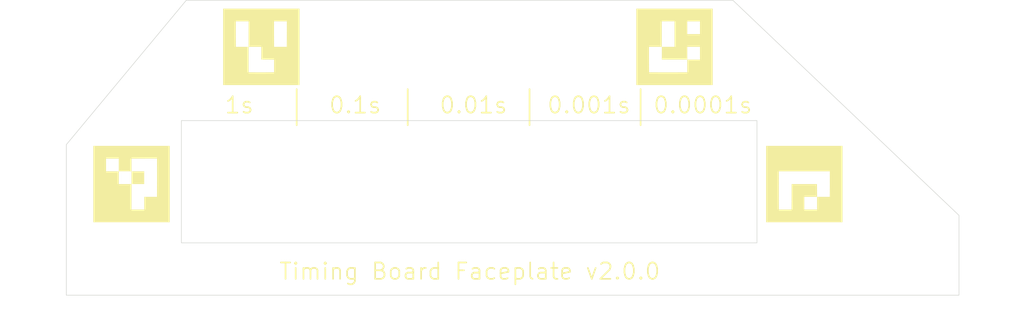
<source format=kicad_pcb>
(kicad_pcb (version 20221018) (generator pcbnew)
  (title_block (title "Timing Board Faceplate") (date "2024-01-20") (rev "2.0.0"))
  (layers (0 "F.Cu" signal) (31 "B.Cu" signal) (34 "B.Paste" user) (35 "F.Paste" user) (36 "B.SilkS" user "B.Silkscreen") (37 "F.SilkS" user "F.Silkscreen") (38 "B.Mask" user) (39 "F.Mask" user) (44 "Edge.Cuts" user))
  (net 0 "")
  (footprint "Aruco_Library:aruco4x4-4" (layer "F.Cu") (at 158.02 89.4)
    (fp_text reference "REF**" hide)
    (fp_text value "aruco4x4-4")
    (fp_poly (pts (xy 3.502505 0) (xy 3.502505 3.502505) (xy 0 3.502505) (xy -3.502504 3.502505) (xy -3.502504 0) (xy -2.339563 0) (xy -2.339558 0.730259) (xy -2.339509 0.8407) (xy -2.339369 0.955303) (xy -2.339145 1.072315) (xy -2.338843 1.189983) (xy -2.338471 1.306553) (xy -2.338035 1.420274) (xy -2.337541 1.529393) (xy -2.336998 1.632156) (xy -2.336411 1.726812) (xy -2.335788 1.811606) (xy -2.335135 1.884787) (xy -2.335015 1.896582) (xy -2.330479 2.332647) (xy -1.744999 2.334395) (xy -1.651967 2.33464) (xy -1.547538 2.334856) (xy -1.432988 2.335042) (xy -1.309596 2.3352) (xy -1.178637 2.335329) (xy -1.041388 2.33543) (xy -0.899127 2.335503) (xy -0.753129 2.335548) (xy -0.604672 2.335566) (xy -0.455033 2.335557) (xy -0.305489 2.335521) (xy -0.157315 2.335458) (xy -0.011789 2.335369) (xy 0.129811 2.335253) (xy 0.26621 2.335112) (xy 0.396131 2.334946) (xy 0.518296 2.334754) (xy 0.63143 2.334537) (xy 0.734254 2.334296) (xy 0.825493 2.334029) (xy 0.877337 2.333846) (xy 1.169782 2.332723) (xy 1.169782 1.751253) (xy 1.169782 1.169782) (xy 1.751253 1.169782) (xy 2.332723 1.169782) (xy 2.332723 0.584891) (xy 2.332723 0) (xy 1.751253 0) (xy 1.169782 0) (xy 1.169782 0.583777) (xy 1.169782 1.167554) (xy 0.289025 1.166375) (xy 0.174042 1.166215) (xy 0.058751 1.166043) (xy -0.055654 1.165861) (xy -0.167976 1.165671) (xy -0.27702 1.165477) (xy -0.381589 1.16528) (xy -0.480489 1.165083) (xy -0.572522 1.164887) (xy -0.656494 1.164697) (xy -0.731209 1.164513) (xy -0.79547 1.164338) (xy -0.848082 1.164175) (xy -0.877336 1.164068) (xy -1.162941 1.162941) (xy -1.162941 0.581471) (xy -1.162941 0) (xy -0.58147 0) (xy 0 0) (xy 0 -1.16982) (xy 0 -2.332723) (xy 1.169782 -2.332723) (xy 1.169782 -1.751252) (xy 1.169782 -1.169782) (xy 1.751253 -1.169782) (xy 2.332723 -1.169782) (xy 2.332723 -1.751252) (xy 2.332723 -2.332723) (xy 1.751253 -2.332723) (xy 1.169782 -2.332723) (xy 0 -2.332723) (xy 0 -2.33964) (xy -0.583181 -2.337892) (xy -1.166361 -2.336143) (xy -1.168091 -1.168071) (xy -1.169821 0) (xy -1.754692 0) (xy -2.339563 0) (xy -3.502504 0) (xy -3.502504 -3.502504) (xy 0 -3.502504) (xy 3.502505 -3.502504)) (fill solid) (layer "F.SilkS"))
  )
  (footprint "Aruco_Library:aruco4x4-3" (layer "F.Cu") (at 120.14 89.4)
    (fp_text reference "REF**" hide)
    (fp_text value "aruco4x4-3")
    (fp_poly (pts (xy 3.502505 0) (xy 3.502505 3.502505) (xy 0 3.502505) (xy -3.502504 3.502505) (xy -3.502504 0) (xy -3.502504 -1.409428) (xy -2.338743 -1.409428) (xy -2.338616 -1.279011) (xy -2.338361 -1.146199) (xy -2.337983 -1.013813) (xy -2.337489 -0.884675) (xy -2.336885 -0.761605) (xy -2.336177 -0.647425) (xy -2.33575 -0.590021) (xy -2.331062 0) (xy -1.750422 0) (xy -1.169782 0) (xy -1.169782 1.166323) (xy -1.169782 2.332647) (xy -0.583181 2.334986) (xy -0.480893 2.335339) (xy -0.372371 2.335614) (xy -0.25987 2.335809) (xy -0.145644 2.335926) (xy -0.031948 2.335964) (xy 0.078966 2.335923) (xy 0.184841 2.335802) (xy 0.283424 2.335603) (xy 0.372461 2.335324) (xy 0.437813 2.33503) (xy 0.518952 2.334614) (xy 0.600135 2.334223) (xy 0.679625 2.333862) (xy 0.755683 2.333539) (xy 0.826573 2.33326) (xy 0.890557 2.333033) (xy 0.945897 2.332864) (xy 0.990856 2.332761) (xy 1.020994 2.332729) (xy 1.169782 2.332723) (xy 1.169782 1.752103) (xy 1.169782 1.171482) (xy 0.584891 1.166382) (xy 0 1.161281) (xy 0 0.580641) (xy 0 0) (xy -0.584242 0) (xy -1.168485 0) (xy -1.167423 -1.168071) (xy -1.167204 -1.409428) (xy 1.163762 -1.409428) (xy 1.163888 -1.279011) (xy 1.164144 -1.146199) (xy 1.164522 -1.013813) (xy 1.165016 -0.884675) (xy 1.16562 -0.761605) (xy 1.166328 -0.647425) (xy 1.166755 -0.590021) (xy 1.171443 0) (xy 1.751253 0) (xy 2.331062 0) (xy 2.33575 -0.590021) (xy 2.336513 -0.698177) (xy 2.337174 -0.816758) (xy 2.337729 -0.942943) (xy 2.338171 -1.073912) (xy 2.338493 -1.206842) (xy 2.338691 -1.338912) (xy 2.338757 -1.467302) (xy 2.338686 -1.589189) (xy 2.338471 -1.701752) (xy 2.338291 -1.758093) (xy 2.336143 -2.336143) (xy 1.751253 -2.336143) (xy 1.166362 -2.336143) (xy 1.164214 -1.758093) (xy 1.163918 -1.65179) (xy 1.16377 -1.534628) (xy 1.163762 -1.409428) (xy -1.167204 -1.409428) (xy -1.166361 -2.336143) (xy -1.751252 -2.336143) (xy -2.336143 -2.336143) (xy -2.338291 -1.758093) (xy -2.338586 -1.65179) (xy -2.338735 -1.534628) (xy -2.338743 -1.409428) (xy -3.502504 -1.409428) (xy -3.502504 -3.502504) (xy 0 -3.502504) (xy 3.502505 -3.502504)) (fill solid) (layer "F.SilkS"))
  )
  (footprint "Aruco_Library:aruco4x4-1" (layer "F.Cu") (at 169.92 101.98)
    (fp_text reference "REF**" hide)
    (fp_text value "aruco4x4-1" hide)
    (fp_poly (pts (xy 3.502505 0) (xy 3.502505 3.502505) (xy 0 3.502505) (xy -3.502504 3.502505) (xy -3.502504 0.558988) (xy -2.338743 0.558988) (xy -2.338702 0.700008) (xy -2.338602 0.839027) (xy -2.338445 0.974789) (xy -2.338233 1.106038) (xy -2.337967 1.23152) (xy -2.33765 1.349978) (xy -2.337283 1.460159) (xy -2.336869 1.560805) (xy -2.336408 1.650662) (xy -2.335902 1.728474) (xy -2.33574 1.749542) (xy -2.331062 2.332723) (xy -1.751544 2.332723) (xy -1.172027 2.332723) (xy -1.16749 1.89662) (xy -1.166832 1.825708) (xy -1.166203 1.742867) (xy -1.165609 1.64985) (xy -1.165057 1.548411) (xy -1.164554 1.440301) (xy -1.164107 1.327274) (xy -1.163723 1.211082) (xy -1.163408 1.093479) (xy -1.16317 0.976217) (xy -1.163014 0.86105) (xy -1.162948 0.74973) (xy -1.162947 0.730259) (xy -1.162941 0) (xy -0.001122 0) (xy 1.160696 0) (xy 1.165233 0.436103) (xy 1.166053 0.517376) (xy 1.166826 0.598679) (xy 1.167538 0.67828) (xy 1.168175 0.754448) (xy 1.168725 0.82545) (xy 1.169173 0.889557) (xy 1.169507 0.945037) (xy 1.169712 0.990157) (xy 1.169776 1.020994) (xy 1.169782 1.169782) (xy 0.584891 1.169782) (xy 0 1.169782) (xy 0 1.751253) (xy 0 2.332723) (xy 0.584891 2.332723) (xy 1.169782 2.332723) (xy 1.169782 1.751253) (xy 1.169782 1.169782) (xy 1.750422 1.169782) (xy 2.331062 1.169782) (xy 2.33575 0.579761) (xy 2.336513 0.471605) (xy 2.337174 0.353024) (xy 2.337729 0.226839) (xy 2.338171 0.09587) (xy 2.338493 -0.03706) (xy 2.338691 -0.169131) (xy 2.338757 -0.29752) (xy 2.338686 -0.419407) (xy 2.338471 -0.53197) (xy 2.338291 -0.588311) (xy 2.336143 -1.166361) (xy 0 -1.166361) (xy -2.336143 -1.166361) (xy -2.338281 0) (xy -2.338494 0.136472) (xy -2.33864 0.275965) (xy -2.338723 0.417222) (xy -2.338743 0.558988) (xy -3.502504 0.558988) (xy -3.502504 0) (xy -3.502504 -3.502504) (xy 0 -3.502504) (xy 3.502505 -3.502504)) (fill solid) (layer "F.SilkS"))
  )
  (footprint "Aruco_Library:aruco4x4-0" (layer "F.Cu") (at 108.24 101.98)
    (fp_text reference "REF**" hide)
    (fp_text value "aruco4x4-0" hide)
    (fp_poly (pts (xy 1.162941 -0.584891) (xy 1.162941 0) (xy 0.581471 0) (xy 0 0) (xy 0 -0.584891) (xy 0 -1.169782) (xy 0.581471 -1.169782) (xy 1.162941 -1.169782)) (fill solid) (layer "F.SilkS"))
    (fp_poly (pts (xy 3.502505 0) (xy 3.502505 3.502505) (xy 0 3.502505) (xy -3.502504 3.502505) (xy -3.502504 0) (xy -3.502504 -1.169782) (xy -2.332723 -1.169782) (xy -1.751252 -1.169782) (xy -1.169782 -1.169782) (xy -1.169782 -0.584891) (xy -1.169782 0) (xy -0.584891 0) (xy 0 0) (xy 0 1.166362) (xy 0 2.332723) (xy 0.584891 2.332723) (xy 1.169782 2.332723) (xy 1.169782 1.751253) (xy 1.169782 1.169782) (xy 1.75013 1.169782) (xy 2.330478 1.169782) (xy 2.335021 0.72742) (xy 2.335732 0.650799) (xy 2.336384 0.565738) (xy 2.336977 0.472958) (xy 2.337511 0.37318) (xy 2.337989 0.267125) (xy 2.33841 0.155513) (xy 2.338775 0.039064) (xy 2.339084 -0.0815) (xy 2.33934 -0.205459) (xy 2.339541 -0.332093) (xy 2.339689 -0.46068) (xy 2.339785 -0.590501) (xy 2.339829 -0.720833) (xy 2.339822 -0.850958) (xy 2.339765 -0.980154) (xy 2.339658 -1.107701) (xy 2.339503 -1.232877) (xy 2.339299 -1.354963) (xy 2.339047 -1.473238) (xy 2.338749 -1.58698) (xy 2.338405 -1.695471) (xy 2.338015 -1.797987) (xy 2.337581 -1.893811) (xy 2.337103 -1.982219) (xy 2.336581 -2.062493) (xy 2.336017 -2.133911) (xy 2.335411 -2.195752) (xy 2.334764 -2.247297) (xy 2.334076 -2.287824) (xy 2.333349 -2.316613) (xy 2.332583 -2.332943) (xy 2.332026 -2.336574) (xy 2.324482 -2.337045) (xy 2.303965 -2.337445) (xy 2.271183 -2.337773) (xy 2.226847 -2.338029) (xy 2.171664 -2.338213) (xy 2.106343 -2.338327) (xy 2.031592 -2.338369) (xy 1.948122 -2.338341) (xy 1.856639 -2.338243) (xy 1.757854 -2.338075) (xy 1.652474 -2.337837) (xy 1.541209 -2.33753) (xy 1.424766 -2.337153) (xy 1.303856 -2.336708) (xy 1.179186 -2.336194) (xy 1.162244 -2.33612) (xy 0 -2.331008) (xy 0 -1.750395) (xy 0 -1.169782) (xy -0.584891 -1.169782) (xy -1.169782 -1.169782) (xy -1.169782 -1.751252) (xy -1.169782 -2.332723) (xy -1.751252 -2.332723) (xy -2.332723 -2.332723) (xy -2.332723 -1.751252) (xy -2.332723 -1.169782) (xy -3.502504 -1.169782) (xy -3.502504 -3.502504) (xy 0 -3.502504) (xy 3.502505 -3.502504)) (fill solid) (layer "F.SilkS"))
  )
  (footprint "MountingHole:MountingHole_3.2mm_M3" (layer "F.Cu") (at 139.192 89.4)
    (fp_text reference "REF**" hide)
    (fp_text value "MountingHole_3.2mm_M3")
    (pad "" np_thru_hole circle (at 0 0) (size 3.2 3.2) (drill 3.2) (layers "*.Cu" "*.Mask"))
  )
  (footprint "MountingHole:MountingHole_3.2mm_M3" (layer "F.Cu") (at 105.664 109.601)
    (fp_text reference "REF**" hide)
    (fp_text value "MountingHole_3.2mm_M3")
    (pad "" np_thru_hole circle (at 0 0) (size 3.2 3.2) (drill 3.2) (layers "*.Cu" "*.Mask"))
  )
  (footprint "MountingHole:MountingHole_3.2mm_M3" (layer "F.Cu") (at 180.594 109.601)
    (fp_text reference "REF**" hide)
    (fp_text value "MountingHole_3.2mm_M3")
    (pad "" np_thru_hole circle (at 0 0) (size 3.2 3.2) (drill 3.2) (layers "*.Cu" "*.Mask"))
  )
  (gr_line (start 154.91 96.58) (end 154.91 93.28) (stroke (width 0.15)) (layer "F.SilkS"))
  (gr_line (start 123.38 96.58) (end 123.38 93.28) (stroke (width 0.15)) (layer "F.SilkS"))
  (gr_line (start 133.56 96.58) (end 133.56 93.28) (stroke (width 0.15)) (layer "F.SilkS"))
  (gr_line (start 144.73 96.58) (end 144.73 93.28) (stroke (width 0.15)) (layer "F.SilkS"))
  (gr_poly (pts (xy 184.1 112.17) (xy 102.26 112.17) (xy 102.26 98.37) (xy 113.26 85.13) (xy 163.37 85.13) (xy 184.1 104.85) (xy 184.1 112.14)) (stroke (width 0.05)) (fill none) (layer "Edge.Cuts"))
  (gr_rect (start 112.81 96.16) (end 165.58 107.37) (stroke (width 0.05)) (fill none) (layer "Edge.Cuts"))
  (gr_text "0.0001s" (at 155.98 95.62) (layer "F.SilkS") (effects (font (size 1.5 1.5)) (justify left bottom)))
  (gr_text "1s" (at 116.7 95.62) (layer "F.SilkS") (effects (font (size 1.5 1.5)) (justify left bottom)))
  (gr_text "Timing Board Faceplate v2.0.0" (at 121.69 110.86) (layer "F.SilkS") (effects (font (size 1.5 1.5)) (justify left bottom)))
  (gr_text "0.001s" (at 146.25 95.62) (layer "F.SilkS") (effects (font (size 1.5 1.5)) (justify left bottom)))
  (gr_text "0.1s" (at 126.25 95.62) (layer "F.SilkS") (effects (font (size 1.5 1.5)) (justify left bottom)))
  (gr_text "0.01s" (at 136.38 95.62) (layer "F.SilkS") (effects (font (size 1.5 1.5)) (justify left bottom)))
)
</source>
